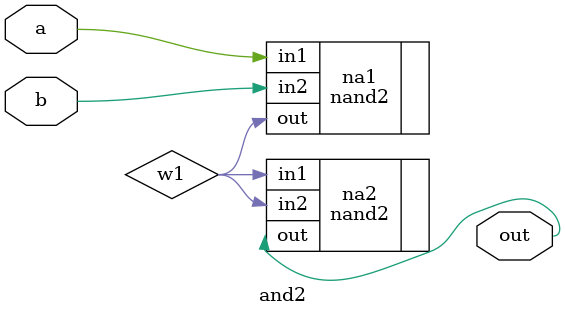
<source format=v>
module and2 (a,b,out);
input a,b;
output out;
wire w1; 

nand2 na1 (.in1(a),.in2(b),.out(w1));
nand2 na2 (.in1(w1),.in2(w1),.out(out));

endmodule

</source>
